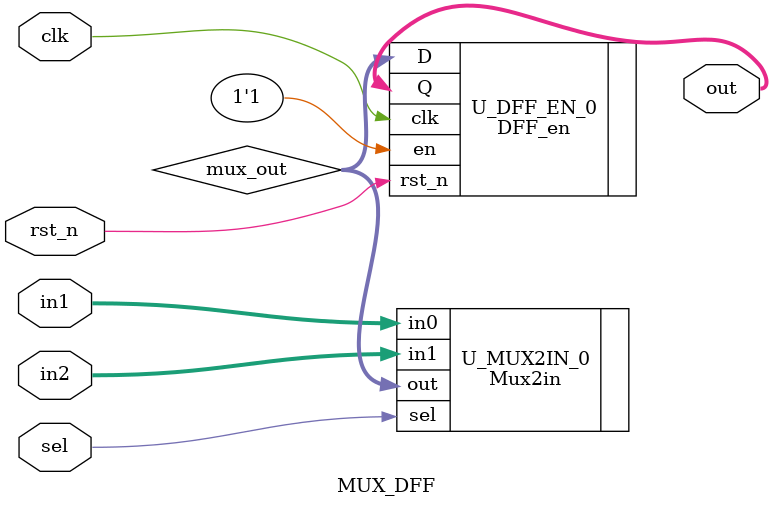
<source format=v>
module MUX_DFF #(parameter
data_width = 24
)(
	input [data_width-1: 0] in1,
	input [data_width-1: 0] in2,
	input sel,
	output  [data_width-1: 0] out,
	input clk, 
	input rst_n
);

wire [data_width-1: 0] mux_out;
Mux2in #(
    .L_data                ( data_width                            ))
U_MUX2IN_0(
    .out                            ( mux_out                           ),
    .in0                            ( in1                           ),
    .in1                            ( in2                           ),
    .sel                            ( sel                           )
);

DFF_en #(
    .L_datain              ( data_width                           ))
U_DFF_EN_0(
    .Q                        (  out                      ),
    .D                        (   mux_out                     ),
    .clk                            ( clk                           ),
    .rst_n                          ( rst_n                         ),
    .en                             ( 1'b1                           )
);


endmodule

</source>
